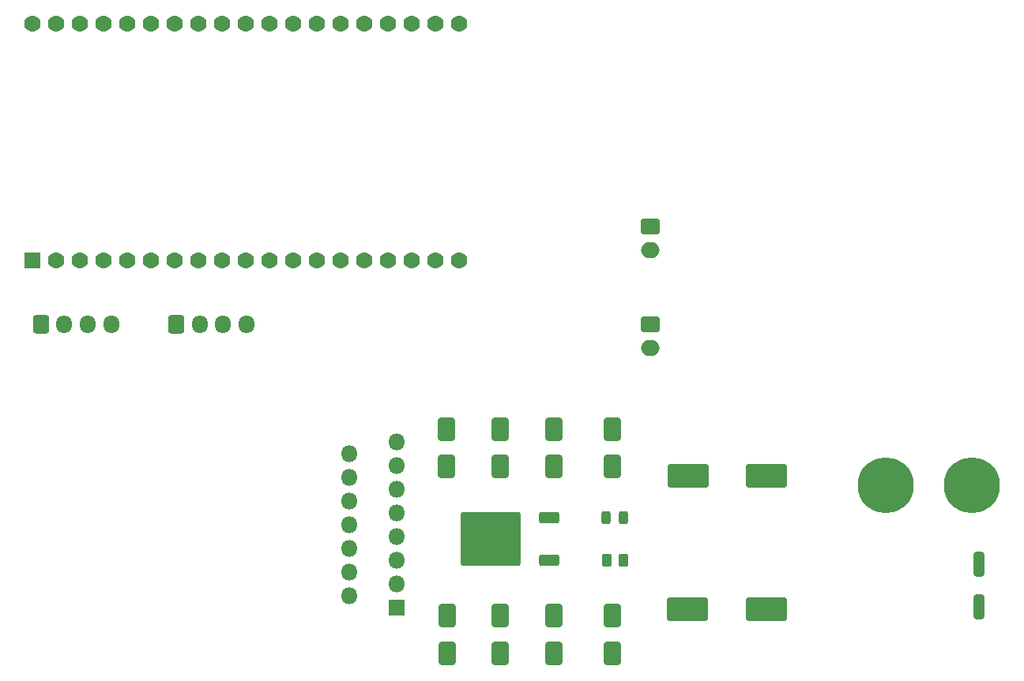
<source format=gbr>
%TF.GenerationSoftware,KiCad,Pcbnew,7.0.8*%
%TF.CreationDate,2024-03-30T18:50:20+07:00*%
%TF.ProjectId,2wd_control,3277645f-636f-46e7-9472-6f6c2e6b6963,rev?*%
%TF.SameCoordinates,Original*%
%TF.FileFunction,Soldermask,Top*%
%TF.FilePolarity,Negative*%
%FSLAX46Y46*%
G04 Gerber Fmt 4.6, Leading zero omitted, Abs format (unit mm)*
G04 Created by KiCad (PCBNEW 7.0.8) date 2024-03-30 18:50:20*
%MOMM*%
%LPD*%
G01*
G04 APERTURE LIST*
G04 Aperture macros list*
%AMRoundRect*
0 Rectangle with rounded corners*
0 $1 Rounding radius*
0 $2 $3 $4 $5 $6 $7 $8 $9 X,Y pos of 4 corners*
0 Add a 4 corners polygon primitive as box body*
4,1,4,$2,$3,$4,$5,$6,$7,$8,$9,$2,$3,0*
0 Add four circle primitives for the rounded corners*
1,1,$1+$1,$2,$3*
1,1,$1+$1,$4,$5*
1,1,$1+$1,$6,$7*
1,1,$1+$1,$8,$9*
0 Add four rect primitives between the rounded corners*
20,1,$1+$1,$2,$3,$4,$5,0*
20,1,$1+$1,$4,$5,$6,$7,0*
20,1,$1+$1,$6,$7,$8,$9,0*
20,1,$1+$1,$8,$9,$2,$3,0*%
G04 Aperture macros list end*
%ADD10C,6.000000*%
%ADD11RoundRect,0.250000X0.650000X-1.000000X0.650000X1.000000X-0.650000X1.000000X-0.650000X-1.000000X0*%
%ADD12RoundRect,0.250000X0.850000X0.350000X-0.850000X0.350000X-0.850000X-0.350000X0.850000X-0.350000X0*%
%ADD13RoundRect,0.249997X2.950003X2.650003X-2.950003X2.650003X-2.950003X-2.650003X2.950003X-2.650003X0*%
%ADD14RoundRect,0.102000X0.780000X-0.780000X0.780000X0.780000X-0.780000X0.780000X-0.780000X-0.780000X0*%
%ADD15C,1.764000*%
%ADD16RoundRect,0.301219X-0.301218X1.011780X-0.301218X-1.011780X0.301218X-1.011780X0.301218X1.011780X0*%
%ADD17RoundRect,0.297250X-0.297250X1.015750X-0.297250X-1.015750X0.297250X-1.015750X0.297250X1.015750X0*%
%ADD18RoundRect,0.250000X-1.950000X-1.000000X1.950000X-1.000000X1.950000X1.000000X-1.950000X1.000000X0*%
%ADD19R,1.800000X1.800000*%
%ADD20O,1.800000X1.800000*%
%ADD21RoundRect,0.250000X-0.600000X-0.725000X0.600000X-0.725000X0.600000X0.725000X-0.600000X0.725000X0*%
%ADD22O,1.700000X1.950000*%
%ADD23RoundRect,0.250000X-0.262500X-0.450000X0.262500X-0.450000X0.262500X0.450000X-0.262500X0.450000X0*%
%ADD24RoundRect,0.250000X-0.750000X0.600000X-0.750000X-0.600000X0.750000X-0.600000X0.750000X0.600000X0*%
%ADD25O,2.000000X1.700000*%
%ADD26RoundRect,0.243750X-0.243750X-0.456250X0.243750X-0.456250X0.243750X0.456250X-0.243750X0.456250X0*%
G04 APERTURE END LIST*
D10*
%TO.C,12V1*%
X223000000Y-99250000D03*
%TD*%
D11*
%TO.C,D5*%
X184490000Y-117250000D03*
X184490000Y-113250000D03*
%TD*%
%TO.C,D7*%
X172440000Y-97250000D03*
X172440000Y-93250000D03*
%TD*%
%TO.C,D4*%
X178240000Y-117250000D03*
X178240000Y-113250000D03*
%TD*%
D12*
%TO.C,U3*%
X177700000Y-107280000D03*
D13*
X171400000Y-105000000D03*
D12*
X177700000Y-102720000D03*
%TD*%
D11*
%TO.C,D2*%
X166740000Y-117250000D03*
X166740000Y-113250000D03*
%TD*%
D14*
%TO.C,U1*%
X122350000Y-75150000D03*
D15*
X124890000Y-75150000D03*
X127430000Y-75150000D03*
X129970000Y-75150000D03*
X132510000Y-75150000D03*
X135050000Y-75150000D03*
X137590000Y-75150000D03*
X140130000Y-75150000D03*
X142670000Y-75150000D03*
X145210000Y-75150000D03*
X147750000Y-75150000D03*
X150290000Y-75150000D03*
X152830000Y-75150000D03*
X155370000Y-75150000D03*
X157910000Y-75150000D03*
X160450000Y-75150000D03*
X162990000Y-75150000D03*
X165530000Y-75150000D03*
X168070000Y-75150000D03*
X122350000Y-49750000D03*
X124890000Y-49750000D03*
X127430000Y-49750000D03*
X129970000Y-49750000D03*
X132510000Y-49750000D03*
X135050000Y-49750000D03*
X137590000Y-49750000D03*
X140130000Y-49750000D03*
X142670000Y-49750000D03*
X145210000Y-49750000D03*
X147750000Y-49750000D03*
X150290000Y-49750000D03*
X152830000Y-49750000D03*
X155370000Y-49750000D03*
X157910000Y-49750000D03*
X160450000Y-49750000D03*
X162990000Y-49750000D03*
X165530000Y-49750000D03*
X168070000Y-49750000D03*
%TD*%
D16*
%TO.C,U4*%
X223750000Y-107750000D03*
D17*
X223750000Y-112322000D03*
%TD*%
D18*
%TO.C,C1*%
X192550000Y-112500000D03*
X200950000Y-112500000D03*
%TD*%
D19*
%TO.C,U2*%
X161325000Y-112395000D03*
D20*
X156245000Y-111125000D03*
X161325000Y-109855000D03*
X156245000Y-108585000D03*
X161325000Y-107315000D03*
X156245000Y-106045000D03*
X161325000Y-104775000D03*
X156245000Y-103505000D03*
X161325000Y-102235000D03*
X156245000Y-100965000D03*
X161325000Y-99695000D03*
X156245000Y-98425000D03*
X161325000Y-97155000D03*
X156245000Y-95885000D03*
X161325000Y-94615000D03*
%TD*%
D11*
%TO.C,D3*%
X172490000Y-117250000D03*
X172490000Y-113250000D03*
%TD*%
D21*
%TO.C,Encoder0*%
X123250000Y-82000000D03*
D22*
X125750000Y-82000000D03*
X128250000Y-82000000D03*
X130750000Y-82000000D03*
%TD*%
D11*
%TO.C,D9*%
X184490000Y-97250000D03*
X184490000Y-93250000D03*
%TD*%
D10*
%TO.C,GND1*%
X213750000Y-99250000D03*
%TD*%
D23*
%TO.C,R1*%
X183837500Y-107250000D03*
X185662500Y-107250000D03*
%TD*%
D21*
%TO.C,Encoder1*%
X137750000Y-82000000D03*
D22*
X140250000Y-82000000D03*
X142750000Y-82000000D03*
X145250000Y-82000000D03*
%TD*%
D18*
%TO.C,C2*%
X192600000Y-98250000D03*
X201000000Y-98250000D03*
%TD*%
D24*
%TO.C,MotorA1*%
X188500000Y-71500000D03*
D25*
X188500000Y-74000000D03*
%TD*%
D24*
%TO.C,MotorB1*%
X188500000Y-82000000D03*
D25*
X188500000Y-84500000D03*
%TD*%
D26*
%TO.C,D1*%
X183812500Y-102750000D03*
X185687500Y-102750000D03*
%TD*%
D11*
%TO.C,D6*%
X166690000Y-97250000D03*
X166690000Y-93250000D03*
%TD*%
%TO.C,D8*%
X178190000Y-97250000D03*
X178190000Y-93250000D03*
%TD*%
M02*

</source>
